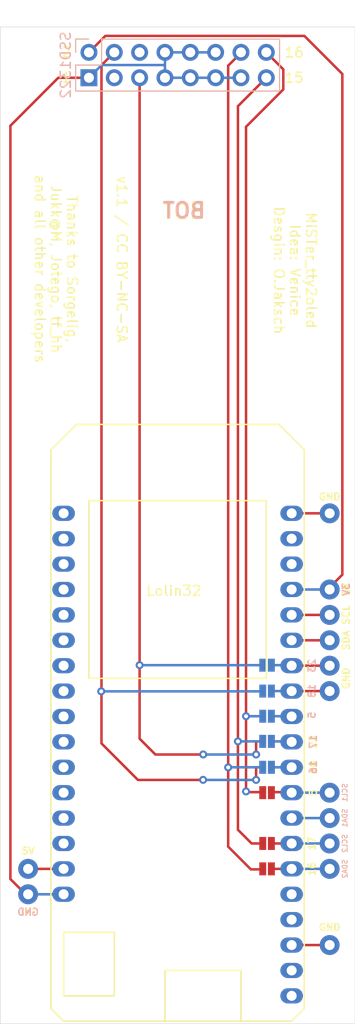
<source format=kicad_pcb>
(kicad_pcb (version 20171130) (host pcbnew 5.1.10)

  (general
    (thickness 1.6)
    (drawings 37)
    (tracks 138)
    (zones 0)
    (modules 25)
    (nets 1)
  )

  (page A4)
  (title_block
    (title Verbindungsplatine)
    (date 2021-03-26)
    (company "Oliver Jaksch")
  )

  (layers
    (0 F.Cu signal)
    (31 B.Cu signal)
    (32 B.Adhes user)
    (33 F.Adhes user)
    (34 B.Paste user)
    (35 F.Paste user)
    (36 B.SilkS user)
    (37 F.SilkS user)
    (38 B.Mask user)
    (39 F.Mask user)
    (40 Dwgs.User user)
    (41 Cmts.User user)
    (42 Eco1.User user)
    (43 Eco2.User user)
    (44 Edge.Cuts user)
    (45 Margin user)
    (46 B.CrtYd user)
    (47 F.CrtYd user)
    (48 B.Fab user)
    (49 F.Fab user)
  )

  (setup
    (last_trace_width 0.25)
    (trace_clearance 0.2)
    (zone_clearance 0.508)
    (zone_45_only no)
    (trace_min 0.2)
    (via_size 0.8)
    (via_drill 0.4)
    (via_min_size 0.4)
    (via_min_drill 0.3)
    (uvia_size 0.3)
    (uvia_drill 0.1)
    (uvias_allowed no)
    (uvia_min_size 0.2)
    (uvia_min_drill 0.1)
    (edge_width 0.05)
    (segment_width 0.2)
    (pcb_text_width 0.3)
    (pcb_text_size 1.5 1.5)
    (mod_edge_width 0.12)
    (mod_text_size 1 1)
    (mod_text_width 0.15)
    (pad_size 1.99898 1.99898)
    (pad_drill 1)
    (pad_to_mask_clearance 0)
    (aux_axis_origin 132.08 151.13)
    (grid_origin 132.08 151.13)
    (visible_elements FFFFFF7F)
    (pcbplotparams
      (layerselection 0x010fc_ffffffff)
      (usegerberextensions true)
      (usegerberattributes false)
      (usegerberadvancedattributes false)
      (creategerberjobfile false)
      (excludeedgelayer true)
      (linewidth 0.150000)
      (plotframeref false)
      (viasonmask false)
      (mode 1)
      (useauxorigin false)
      (hpglpennumber 1)
      (hpglpenspeed 20)
      (hpglpendiameter 15.000000)
      (psnegative false)
      (psa4output false)
      (plotreference true)
      (plotvalue true)
      (plotinvisibletext false)
      (padsonsilk true)
      (subtractmaskfromsilk false)
      (outputformat 1)
      (mirror false)
      (drillshape 0)
      (scaleselection 1)
      (outputdirectory "/tmp/x/pcbway"))
  )

  (net 0 "")

  (net_class Default "Dies ist die voreingestellte Netzklasse."
    (clearance 0.2)
    (trace_width 0.25)
    (via_dia 0.8)
    (via_drill 0.4)
    (uvia_dia 0.3)
    (uvia_drill 0.1)
  )

  (module _my_footprints:PAD_0805 (layer F.Cu) (tedit 60CDD228) (tstamp 60E98F68)
    (at 158.8262 135.636)
    (descr "Resistor SMD 0805, reflow soldering, Vishay (see dcrcw.pdf)")
    (tags "resistor 0805")
    (attr smd)
    (fp_text reference REF** (at 0 -1.25) (layer F.SilkS) hide
      (effects (font (size 1 1) (thickness 0.15)))
    )
    (fp_text value PADS_0805 (at 0 1.3) (layer F.Fab) hide
      (effects (font (size 1 1) (thickness 0.15)))
    )
    (pad 1 smd rect (at -0.4318 0) (size 0.7 1.3) (layers F.Cu F.Paste F.Mask))
    (pad 2 smd rect (at 0.4318 0) (size 0.7 1.3) (layers F.Cu F.Paste F.Mask))
    (model ${KISYS3DMOD}/Resistors_SMD.3dshapes/R_0805.wrl
      (at (xyz 0 0 0))
      (scale (xyz 1 1 1))
      (rotate (xyz 0 0 0))
    )
  )

  (module _my_footprints:PAD_0805 (layer F.Cu) (tedit 60CDD228) (tstamp 60E98A90)
    (at 158.8262 128.016)
    (descr "Resistor SMD 0805, reflow soldering, Vishay (see dcrcw.pdf)")
    (tags "resistor 0805")
    (attr smd)
    (fp_text reference REF** (at 0 -1.25) (layer F.SilkS) hide
      (effects (font (size 1 1) (thickness 0.15)))
    )
    (fp_text value PADS_0805 (at 0 1.3) (layer F.Fab) hide
      (effects (font (size 1 1) (thickness 0.15)))
    )
    (pad 1 smd rect (at -0.4318 0) (size 0.7 1.3) (layers F.Cu F.Paste F.Mask))
    (pad 2 smd rect (at 0.4318 0) (size 0.7 1.3) (layers F.Cu F.Paste F.Mask))
    (model ${KISYS3DMOD}/Resistors_SMD.3dshapes/R_0805.wrl
      (at (xyz 0 0 0))
      (scale (xyz 1 1 1))
      (rotate (xyz 0 0 0))
    )
  )

  (module Wire_Pads:SolderWirePad_single_0-8mmDrill (layer F.Cu) (tedit 60D1F5FC) (tstamp 60D1FC77)
    (at 165.1 143.256)
    (fp_text reference REF** (at 0 -2.54) (layer F.SilkS) hide
      (effects (font (size 1 1) (thickness 0.15)))
    )
    (fp_text value SolderWirePad_single_0-8mmDrill (at 0 2.54) (layer F.Fab) hide
      (effects (font (size 1 1) (thickness 0.15)))
    )
    (pad 1 thru_hole circle (at 0 0) (size 1.99898 1.99898) (drill 1) (layers *.Cu *.Mask))
  )

  (module Wire_Pads:SolderWirePad_single_0-8mmDrill (layer F.Cu) (tedit 60D1F5FC) (tstamp 60D1FC77)
    (at 165.1 128.016)
    (fp_text reference REF** (at 0 -2.54) (layer F.SilkS) hide
      (effects (font (size 1 1) (thickness 0.15)))
    )
    (fp_text value SolderWirePad_single_0-8mmDrill (at 0 2.54) (layer F.Fab) hide
      (effects (font (size 1 1) (thickness 0.15)))
    )
    (pad 1 thru_hole circle (at 0 0) (size 1.99898 1.99898) (drill 1) (layers *.Cu *.Mask))
  )

  (module Wire_Pads:SolderWirePad_single_0-8mmDrill (layer F.Cu) (tedit 60D1F5FC) (tstamp 60D1FC77)
    (at 165.1 130.556)
    (fp_text reference REF** (at 0 -2.54) (layer F.SilkS) hide
      (effects (font (size 1 1) (thickness 0.15)))
    )
    (fp_text value SolderWirePad_single_0-8mmDrill (at 0 2.54) (layer F.Fab) hide
      (effects (font (size 1 1) (thickness 0.15)))
    )
    (pad 1 thru_hole circle (at 0 0) (size 1.99898 1.99898) (drill 1) (layers *.Cu *.Mask))
  )

  (module Wire_Pads:SolderWirePad_single_0-8mmDrill (layer F.Cu) (tedit 60D1F5FC) (tstamp 60D1FC77)
    (at 165.1 133.096)
    (fp_text reference REF** (at 0 -2.54) (layer F.SilkS) hide
      (effects (font (size 1 1) (thickness 0.15)))
    )
    (fp_text value SolderWirePad_single_0-8mmDrill (at 0 2.54) (layer F.Fab) hide
      (effects (font (size 1 1) (thickness 0.15)))
    )
    (pad 1 thru_hole circle (at 0 0) (size 1.99898 1.99898) (drill 1) (layers *.Cu *.Mask))
  )

  (module Wire_Pads:SolderWirePad_single_0-8mmDrill (layer F.Cu) (tedit 60D1F5FC) (tstamp 60D1FC77)
    (at 165.1 135.636)
    (fp_text reference REF** (at 0 -2.54) (layer F.SilkS) hide
      (effects (font (size 1 1) (thickness 0.15)))
    )
    (fp_text value SolderWirePad_single_0-8mmDrill (at 0 2.54) (layer F.Fab) hide
      (effects (font (size 1 1) (thickness 0.15)))
    )
    (pad 1 thru_hole circle (at 0 0) (size 1.99898 1.99898) (drill 1) (layers *.Cu *.Mask))
  )

  (module Wire_Pads:SolderWirePad_single_0-8mmDrill (layer F.Cu) (tedit 60D1F5FC) (tstamp 60D1FC77)
    (at 134.874 138.176)
    (fp_text reference REF** (at 0 -2.54) (layer F.SilkS) hide
      (effects (font (size 1 1) (thickness 0.15)))
    )
    (fp_text value SolderWirePad_single_0-8mmDrill (at 0 2.54) (layer F.Fab) hide
      (effects (font (size 1 1) (thickness 0.15)))
    )
    (pad 1 thru_hole circle (at 0 0) (size 1.99898 1.99898) (drill 1) (layers *.Cu *.Mask))
  )

  (module Wire_Pads:SolderWirePad_single_0-8mmDrill (layer F.Cu) (tedit 60D1F5FC) (tstamp 60D1FC77)
    (at 134.874 135.636)
    (fp_text reference REF** (at 0 -2.54) (layer F.SilkS) hide
      (effects (font (size 1 1) (thickness 0.15)))
    )
    (fp_text value SolderWirePad_single_0-8mmDrill (at 0 2.54) (layer F.Fab) hide
      (effects (font (size 1 1) (thickness 0.15)))
    )
    (pad 1 thru_hole circle (at 0 0) (size 1.99898 1.99898) (drill 1) (layers *.Cu *.Mask))
  )

  (module Wire_Pads:SolderWirePad_single_0-8mmDrill (layer F.Cu) (tedit 60D1F5FC) (tstamp 60D1FC77)
    (at 165.1 107.696)
    (fp_text reference REF** (at 0 -2.54) (layer F.SilkS) hide
      (effects (font (size 1 1) (thickness 0.15)))
    )
    (fp_text value SolderWirePad_single_0-8mmDrill (at 0 2.54) (layer F.Fab) hide
      (effects (font (size 1 1) (thickness 0.15)))
    )
    (pad 1 thru_hole circle (at 0 0) (size 1.99898 1.99898) (drill 1) (layers *.Cu *.Mask))
  )

  (module Wire_Pads:SolderWirePad_single_0-8mmDrill (layer F.Cu) (tedit 60D1F5FC) (tstamp 60D1FC77)
    (at 165.1 100.076)
    (fp_text reference REF** (at 0 -2.54) (layer F.SilkS) hide
      (effects (font (size 1 1) (thickness 0.15)))
    )
    (fp_text value SolderWirePad_single_0-8mmDrill (at 0 2.54) (layer F.Fab) hide
      (effects (font (size 1 1) (thickness 0.15)))
    )
    (pad 1 thru_hole circle (at 0 0) (size 1.99898 1.99898) (drill 1) (layers *.Cu *.Mask))
  )

  (module Wire_Pads:SolderWirePad_single_0-8mmDrill (layer F.Cu) (tedit 60D1F5FC) (tstamp 60D1FC77)
    (at 165.1 110.236)
    (fp_text reference REF** (at 0 -2.54) (layer F.SilkS) hide
      (effects (font (size 1 1) (thickness 0.15)))
    )
    (fp_text value SolderWirePad_single_0-8mmDrill (at 0 2.54) (layer F.Fab) hide
      (effects (font (size 1 1) (thickness 0.15)))
    )
    (pad 1 thru_hole circle (at 0 0) (size 1.99898 1.99898) (drill 1) (layers *.Cu *.Mask))
  )

  (module Wire_Pads:SolderWirePad_single_0-8mmDrill (layer F.Cu) (tedit 60D1F5FC) (tstamp 60D1FC77)
    (at 165.1 112.776)
    (fp_text reference REF** (at 0 -2.54) (layer F.SilkS) hide
      (effects (font (size 1 1) (thickness 0.15)))
    )
    (fp_text value SolderWirePad_single_0-8mmDrill (at 0 2.54) (layer F.Fab) hide
      (effects (font (size 1 1) (thickness 0.15)))
    )
    (pad 1 thru_hole circle (at 0 0) (size 1.99898 1.99898) (drill 1) (layers *.Cu *.Mask))
  )

  (module Wire_Pads:SolderWirePad_single_0-8mmDrill (layer F.Cu) (tedit 60D1F5FC) (tstamp 60D1FC77)
    (at 165.1 117.856)
    (fp_text reference REF** (at 0 -2.54) (layer F.SilkS) hide
      (effects (font (size 1 1) (thickness 0.15)))
    )
    (fp_text value SolderWirePad_single_0-8mmDrill (at 0 2.54) (layer F.Fab) hide
      (effects (font (size 1 1) (thickness 0.15)))
    )
    (pad 1 thru_hole circle (at 0 0) (size 1.99898 1.99898) (drill 1) (layers *.Cu *.Mask))
  )

  (module Wire_Pads:SolderWirePad_single_0-8mmDrill (layer F.Cu) (tedit 60D1F5FC) (tstamp 60D1F847)
    (at 165.1 115.316)
    (fp_text reference REF** (at 0 -2.54) (layer F.SilkS) hide
      (effects (font (size 1 1) (thickness 0.15)))
    )
    (fp_text value SolderWirePad_single_0-8mmDrill (at 0 2.54) (layer F.Fab) hide
      (effects (font (size 1 1) (thickness 0.15)))
    )
    (pad 1 thru_hole circle (at 0 0) (size 1.99898 1.99898) (drill 1) (layers *.Cu *.Mask))
  )

  (module _my_footprints:PAD_0805 (layer B.Cu) (tedit 60CDD228) (tstamp 60AB59D9)
    (at 158.8262 122.8852)
    (descr "Resistor SMD 0805, reflow soldering, Vishay (see dcrcw.pdf)")
    (tags "resistor 0805")
    (attr smd)
    (fp_text reference REF** (at 0 1.25) (layer B.SilkS) hide
      (effects (font (size 1 1) (thickness 0.15)) (justify mirror))
    )
    (fp_text value PADS_0805 (at 0 -1.3) (layer B.Fab) hide
      (effects (font (size 1 1) (thickness 0.15)) (justify mirror))
    )
    (pad 2 smd rect (at 0.4318 0) (size 0.7 1.3) (layers B.Cu B.Paste B.Mask))
    (pad 1 smd rect (at -0.4318 0) (size 0.7 1.3) (layers B.Cu B.Paste B.Mask))
    (model ${KISYS3DMOD}/Resistors_SMD.3dshapes/R_0805.wrl
      (at (xyz 0 0 0))
      (scale (xyz 1 1 1))
      (rotate (xyz 0 0 0))
    )
  )

  (module _my_footprints:PAD_0805 (layer B.Cu) (tedit 60CDD228) (tstamp 60AB57E7)
    (at 158.8262 125.476)
    (descr "Resistor SMD 0805, reflow soldering, Vishay (see dcrcw.pdf)")
    (tags "resistor 0805")
    (attr smd)
    (fp_text reference REF** (at 0 1.25) (layer B.SilkS) hide
      (effects (font (size 1 1) (thickness 0.15)) (justify mirror))
    )
    (fp_text value PADS_0805 (at 0 -1.3) (layer B.Fab) hide
      (effects (font (size 1 1) (thickness 0.15)) (justify mirror))
    )
    (pad 2 smd rect (at 0.4318 0) (size 0.7 1.3) (layers B.Cu B.Paste B.Mask))
    (pad 1 smd rect (at -0.4318 0) (size 0.7 1.3) (layers B.Cu B.Paste B.Mask))
    (model ${KISYS3DMOD}/Resistors_SMD.3dshapes/R_0805.wrl
      (at (xyz 0 0 0))
      (scale (xyz 1 1 1))
      (rotate (xyz 0 0 0))
    )
  )

  (module _my_footprints:PAD_0805 (layer B.Cu) (tedit 60CDD228) (tstamp 60AB59D9)
    (at 158.8262 115.2652)
    (descr "Resistor SMD 0805, reflow soldering, Vishay (see dcrcw.pdf)")
    (tags "resistor 0805")
    (attr smd)
    (fp_text reference REF** (at 0 1.25) (layer B.SilkS) hide
      (effects (font (size 1 1) (thickness 0.15)) (justify mirror))
    )
    (fp_text value PADS_0805 (at 0 -1.3) (layer B.Fab) hide
      (effects (font (size 1 1) (thickness 0.15)) (justify mirror))
    )
    (pad 2 smd rect (at 0.4318 0) (size 0.7 1.3) (layers B.Cu B.Paste B.Mask))
    (pad 1 smd rect (at -0.4318 0) (size 0.7 1.3) (layers B.Cu B.Paste B.Mask))
    (model ${KISYS3DMOD}/Resistors_SMD.3dshapes/R_0805.wrl
      (at (xyz 0 0 0))
      (scale (xyz 1 1 1))
      (rotate (xyz 0 0 0))
    )
  )

  (module _my_footprints:PAD_0805 (layer B.Cu) (tedit 60CDD228) (tstamp 60AB59D9)
    (at 158.8262 120.3706)
    (descr "Resistor SMD 0805, reflow soldering, Vishay (see dcrcw.pdf)")
    (tags "resistor 0805")
    (attr smd)
    (fp_text reference REF** (at 0 1.25) (layer B.SilkS) hide
      (effects (font (size 1 1) (thickness 0.15)) (justify mirror))
    )
    (fp_text value PADS_0805 (at 0 -1.3) (layer B.Fab) hide
      (effects (font (size 1 1) (thickness 0.15)) (justify mirror))
    )
    (pad 2 smd rect (at 0.4318 0) (size 0.7 1.3) (layers B.Cu B.Paste B.Mask))
    (pad 1 smd rect (at -0.4318 0) (size 0.7 1.3) (layers B.Cu B.Paste B.Mask))
    (model ${KISYS3DMOD}/Resistors_SMD.3dshapes/R_0805.wrl
      (at (xyz 0 0 0))
      (scale (xyz 1 1 1))
      (rotate (xyz 0 0 0))
    )
  )

  (module _my_footprints:PAD_0805 (layer B.Cu) (tedit 60CDD228) (tstamp 60AB59D9)
    (at 158.8262 117.856)
    (descr "Resistor SMD 0805, reflow soldering, Vishay (see dcrcw.pdf)")
    (tags "resistor 0805")
    (attr smd)
    (fp_text reference REF** (at 0 1.25) (layer B.SilkS) hide
      (effects (font (size 1 1) (thickness 0.15)) (justify mirror))
    )
    (fp_text value PADS_0805 (at 0 -1.3) (layer B.Fab) hide
      (effects (font (size 1 1) (thickness 0.15)) (justify mirror))
    )
    (pad 2 smd rect (at 0.4318 0) (size 0.7 1.3) (layers B.Cu B.Paste B.Mask))
    (pad 1 smd rect (at -0.4318 0) (size 0.7 1.3) (layers B.Cu B.Paste B.Mask))
    (model ${KISYS3DMOD}/Resistors_SMD.3dshapes/R_0805.wrl
      (at (xyz 0 0 0))
      (scale (xyz 1 1 1))
      (rotate (xyz 0 0 0))
    )
  )

  (module _my_footprints:PAD_0805 (layer F.Cu) (tedit 60CDD228) (tstamp 60AB4A18)
    (at 158.8262 122.8852)
    (descr "Resistor SMD 0805, reflow soldering, Vishay (see dcrcw.pdf)")
    (tags "resistor 0805")
    (attr smd)
    (fp_text reference REF** (at 0 -1.25) (layer F.SilkS) hide
      (effects (font (size 1 1) (thickness 0.15)))
    )
    (fp_text value PADS_0805 (at 0 1.3) (layer F.Fab) hide
      (effects (font (size 1 1) (thickness 0.15)))
    )
    (pad 2 smd rect (at 0.4318 0) (size 0.7 1.3) (layers F.Cu F.Paste F.Mask))
    (pad 1 smd rect (at -0.4318 0) (size 0.7 1.3) (layers F.Cu F.Paste F.Mask))
    (model ${KISYS3DMOD}/Resistors_SMD.3dshapes/R_0805.wrl
      (at (xyz 0 0 0))
      (scale (xyz 1 1 1))
      (rotate (xyz 0 0 0))
    )
  )

  (module _my_footprints:PAD_0805 (layer F.Cu) (tedit 60CDD228) (tstamp 60AB4A18)
    (at 158.8262 125.476)
    (descr "Resistor SMD 0805, reflow soldering, Vishay (see dcrcw.pdf)")
    (tags "resistor 0805")
    (attr smd)
    (fp_text reference REF** (at 0 -1.25) (layer F.SilkS) hide
      (effects (font (size 1 1) (thickness 0.15)))
    )
    (fp_text value PADS_0805 (at 0 1.3) (layer F.Fab) hide
      (effects (font (size 1 1) (thickness 0.15)))
    )
    (pad 2 smd rect (at 0.4318 0) (size 0.7 1.3) (layers F.Cu F.Paste F.Mask))
    (pad 1 smd rect (at -0.4318 0) (size 0.7 1.3) (layers F.Cu F.Paste F.Mask))
    (model ${KISYS3DMOD}/Resistors_SMD.3dshapes/R_0805.wrl
      (at (xyz 0 0 0))
      (scale (xyz 1 1 1))
      (rotate (xyz 0 0 0))
    )
  )

  (module _my_footprints:PAD_0805 (layer F.Cu) (tedit 60CDD228) (tstamp 60AB4A18)
    (at 158.8262 133.096)
    (descr "Resistor SMD 0805, reflow soldering, Vishay (see dcrcw.pdf)")
    (tags "resistor 0805")
    (attr smd)
    (fp_text reference REF** (at 0 -1.25) (layer F.SilkS) hide
      (effects (font (size 1 1) (thickness 0.15)))
    )
    (fp_text value PADS_0805 (at 0 1.3) (layer F.Fab) hide
      (effects (font (size 1 1) (thickness 0.15)))
    )
    (pad 2 smd rect (at 0.4318 0) (size 0.7 1.3) (layers F.Cu F.Paste F.Mask))
    (pad 1 smd rect (at -0.4318 0) (size 0.7 1.3) (layers F.Cu F.Paste F.Mask))
    (model ${KISYS3DMOD}/Resistors_SMD.3dshapes/R_0805.wrl
      (at (xyz 0 0 0))
      (scale (xyz 1 1 1))
      (rotate (xyz 0 0 0))
    )
  )

  (module kicad-pauls-3d-things:Lolin32 (layer F.Cu) (tedit 60AA6046) (tstamp 60AA5A1D)
    (at 147.32 110.236)
    (fp_text reference Lolin32 (at 2.16 -2.406) (layer F.SilkS)
      (effects (font (size 1 1) (thickness 0.15)))
    )
    (fp_text value Lolin32 (at 0 -12.7) (layer F.Fab)
      (effects (font (size 1 1) (thickness 0.15)))
    )
    (fp_line (start 1.27 40.64) (end 1.27 35.56) (layer F.SilkS) (width 0.15))
    (fp_line (start 1.27 35.56) (end 8.89 35.56) (layer F.SilkS) (width 0.15))
    (fp_line (start 8.89 35.56) (end 8.89 40.64) (layer F.SilkS) (width 0.15))
    (fp_line (start -8.89 31.75) (end -3.81 31.75) (layer F.SilkS) (width 0.15))
    (fp_line (start -3.81 31.75) (end -3.81 38.1) (layer F.SilkS) (width 0.15))
    (fp_line (start -3.81 38.1) (end -8.89 38.1) (layer F.SilkS) (width 0.15))
    (fp_line (start -8.89 38.1) (end -8.89 31.75) (layer F.SilkS) (width 0.15))
    (fp_line (start -6.35 -11.43) (end -6.35 6.35) (layer F.SilkS) (width 0.15))
    (fp_line (start -6.35 6.35) (end 11.43 6.35) (layer F.SilkS) (width 0.15))
    (fp_line (start 11.43 6.35) (end 11.43 -11.43) (layer F.SilkS) (width 0.15))
    (fp_line (start 11.43 -11.43) (end -6.35 -11.43) (layer F.SilkS) (width 0.15))
    (fp_line (start 15.24 -16.51) (end 15.24 39.37) (layer F.SilkS) (width 0.15))
    (fp_line (start -7.62 -19.05) (end 12.7 -19.05) (layer F.SilkS) (width 0.15))
    (fp_line (start 13.97 40.64) (end -8.89 40.64) (layer F.SilkS) (width 0.15))
    (fp_line (start -8.89 40.64) (end -10.16 39.37) (layer F.SilkS) (width 0.15))
    (fp_line (start -10.16 39.37) (end -10.16 -16.51) (layer F.SilkS) (width 0.15))
    (fp_line (start 15.24 39.37) (end 13.97 40.64) (layer F.SilkS) (width 0.15))
    (fp_line (start 12.7 -19.05) (end 15.24 -16.51) (layer F.SilkS) (width 0.15))
    (fp_line (start -10.16 -16.51) (end -7.62 -19.05) (layer F.SilkS) (width 0.15))
    (pad 15 thru_hole oval (at 13.97 38.1) (size 2.268 1.524) (drill 1) (layers *.Cu *.Mask))
    (pad 2 thru_hole oval (at 13.97 35.56) (size 2.268 1.524) (drill 1) (layers *.Cu *.Mask))
    (pad G thru_hole oval (at 13.97 33.02) (size 2.268 1.524) (drill 1) (layers *.Cu *.Mask))
    (pad 0 thru_hole oval (at 13.97 30.48) (size 2.268 1.524) (drill 1) (layers *.Cu *.Mask))
    (pad 4 thru_hole oval (at 13.97 27.94) (size 2.268 1.524) (drill 1) (layers *.Cu *.Mask))
    (pad 16 thru_hole oval (at 13.97 25.4) (size 2.268 1.524) (drill 1) (layers *.Cu *.Mask))
    (pad 17 thru_hole oval (at 13.97 22.86) (size 2.268 1.524) (drill 1) (layers *.Cu *.Mask))
    (pad 3.3V thru_hole oval (at 13.97 20.32) (size 2.268 1.524) (drill 1) (layers *.Cu *.Mask))
    (pad 5 thru_hole oval (at 13.97 17.78) (size 2.268 1.524) (drill 1) (layers *.Cu *.Mask))
    (pad 18 thru_hole oval (at 13.97 15.24) (size 2.268 1.524) (drill 1) (layers *.Cu *.Mask))
    (pad 23 thru_hole oval (at 13.97 12.7) (size 2.268 1.524) (drill 1) (layers *.Cu *.Mask))
    (pad 19 thru_hole oval (at 13.97 10.16) (size 2.268 1.524) (drill 1) (layers *.Cu *.Mask))
    (pad G thru_hole oval (at 13.97 7.62) (size 2.268 1.524) (drill 1) (layers *.Cu *.Mask))
    (pad G thru_hole oval (at 13.97 5.08) (size 2.268 1.524) (drill 1) (layers *.Cu *.Mask))
    (pad 21 thru_hole oval (at 13.97 2.54) (size 2.268 1.524) (drill 1) (layers *.Cu *.Mask))
    (pad 22 thru_hole oval (at 13.97 0) (size 2.268 1.524) (drill 1) (layers *.Cu *.Mask))
    (pad 3.3V thru_hole oval (at 13.97 -2.54) (size 2.268 1.524) (drill 1) (layers *.Cu *.Mask))
    (pad 3 thru_hole oval (at 13.97 -5.08) (size 2.268 1.524) (drill 1) (layers *.Cu *.Mask))
    (pad 1 thru_hole oval (at 13.97 -7.62) (size 2.268 1.524) (drill 1) (layers *.Cu *.Mask))
    (pad G thru_hole oval (at 13.97 -10.16) (size 2.268 1.524) (drill 1) (layers *.Cu *.Mask))
    (pad G thru_hole oval (at -8.89 27.94) (size 2.268 1.524) (drill 1) (layers *.Cu *.Mask))
    (pad 5V thru_hole oval (at -8.89 25.4) (size 2.268 1.524) (drill 1) (layers *.Cu *.Mask))
    (pad 13 thru_hole oval (at -8.89 22.86) (size 2.268 1.524) (drill 1) (layers *.Cu *.Mask))
    (pad 12 thru_hole oval (at -8.89 20.32) (size 2.268 1.524) (drill 1) (layers *.Cu *.Mask))
    (pad 14 thru_hole oval (at -8.89 17.78) (size 2.268 1.524) (drill 1) (layers *.Cu *.Mask))
    (pad 27 thru_hole oval (at -8.89 15.24) (size 2.268 1.524) (drill 1) (layers *.Cu *.Mask))
    (pad 26 thru_hole oval (at -8.89 12.7) (size 2.268 1.524) (drill 1) (layers *.Cu *.Mask))
    (pad 25 thru_hole oval (at -8.89 10.16) (size 2.268 1.524) (drill 1) (layers *.Cu *.Mask))
    (pad 35 thru_hole oval (at -8.89 7.62) (size 2.268 1.524) (drill 1) (layers *.Cu *.Mask))
    (pad 34 thru_hole oval (at -8.89 5.08) (size 2.268 1.524) (drill 1) (layers *.Cu *.Mask))
    (pad 33 thru_hole oval (at -8.89 2.54) (size 2.268 1.524) (drill 1) (layers *.Cu *.Mask))
    (pad 32 thru_hole oval (at -8.89 0) (size 2.268 1.524) (drill 1) (layers *.Cu *.Mask))
    (pad 39 thru_hole oval (at -8.89 -2.54) (size 2.268 1.524) (drill 1) (layers *.Cu *.Mask))
    (pad 36 thru_hole oval (at -8.89 -5.08) (size 2.268 1.524) (drill 1) (layers *.Cu *.Mask))
    (pad EN thru_hole oval (at -8.89 -7.62) (size 2.268 1.524) (drill 1) (layers *.Cu *.Mask))
    (pad 3.3V thru_hole oval (at -8.89 -10.16) (size 2.268 1.524) (drill 1) (layers *.Cu *.Mask))
  )

  (module Pin_Headers:Pin_Header_Straight_2x08_Pitch2.54mm (layer B.Cu) (tedit 605C3FD7) (tstamp 605C3267)
    (at 140.97 53.975 270)
    (descr "Through hole straight pin header, 2x08, 2.54mm pitch, double rows")
    (tags "Through hole pin header THT 2x08 2.54mm double row")
    (fp_text reference SSD1322 (at 1.27 2.33 90) (layer B.SilkS)
      (effects (font (size 1 1) (thickness 0.15)) (justify mirror))
    )
    (fp_text value Pin_Header_2x08 (at 1.27 -20.11 90) (layer B.Fab)
      (effects (font (size 1 1) (thickness 0.15)) (justify mirror))
    )
    (fp_line (start 4.35 1.8) (end -1.8 1.8) (layer B.CrtYd) (width 0.05))
    (fp_line (start 4.35 -19.55) (end 4.35 1.8) (layer B.CrtYd) (width 0.05))
    (fp_line (start -1.8 -19.55) (end 4.35 -19.55) (layer B.CrtYd) (width 0.05))
    (fp_line (start -1.8 1.8) (end -1.8 -19.55) (layer B.CrtYd) (width 0.05))
    (fp_line (start -1.33 1.33) (end 0 1.33) (layer B.SilkS) (width 0.12))
    (fp_line (start -1.33 0) (end -1.33 1.33) (layer B.SilkS) (width 0.12))
    (fp_line (start 1.27 1.33) (end 3.87 1.33) (layer B.SilkS) (width 0.12))
    (fp_line (start 1.27 -1.27) (end 1.27 1.33) (layer B.SilkS) (width 0.12))
    (fp_line (start -1.33 -1.27) (end 1.27 -1.27) (layer B.SilkS) (width 0.12))
    (fp_line (start 3.87 1.33) (end 3.87 -19.11) (layer B.SilkS) (width 0.12))
    (fp_line (start -1.33 -1.27) (end -1.33 -19.11) (layer B.SilkS) (width 0.12))
    (fp_line (start -1.33 -19.11) (end 3.87 -19.11) (layer B.SilkS) (width 0.12))
    (fp_line (start -1.27 0) (end 0 1.27) (layer B.Fab) (width 0.1))
    (fp_line (start -1.27 -19.05) (end -1.27 0) (layer B.Fab) (width 0.1))
    (fp_line (start 3.81 -19.05) (end -1.27 -19.05) (layer B.Fab) (width 0.1))
    (fp_line (start 3.81 1.27) (end 3.81 -19.05) (layer B.Fab) (width 0.1))
    (fp_line (start 0 1.27) (end 3.81 1.27) (layer B.Fab) (width 0.1))
    (fp_text user %R (at 1.27 -8.89 180) (layer B.Fab)
      (effects (font (size 1 1) (thickness 0.15)) (justify mirror))
    )
    (pad 1 thru_hole rect (at 2.54 0 270) (size 1.7 1.7) (drill 1) (layers *.Cu *.Mask))
    (pad 2 thru_hole oval (at 0 0 270) (size 1.7 1.7) (drill 1) (layers *.Cu *.Mask))
    (pad 4 thru_hole oval (at 0 -2.54 270) (size 1.7 1.7) (drill 1) (layers *.Cu *.Mask))
    (pad 3 thru_hole oval (at 2.54 -2.54 270) (size 1.7 1.7) (drill 1) (layers *.Cu *.Mask))
    (pad 6 thru_hole oval (at 0 -5.08 270) (size 1.7 1.7) (drill 1) (layers *.Cu *.Mask))
    (pad 5 thru_hole oval (at 2.54 -5.08 270) (size 1.7 1.7) (drill 1) (layers *.Cu *.Mask))
    (pad 8 thru_hole oval (at 0 -7.62 270) (size 1.7 1.7) (drill 1) (layers *.Cu *.Mask))
    (pad 7 thru_hole oval (at 2.54 -7.62 270) (size 1.7 1.7) (drill 1) (layers *.Cu *.Mask))
    (pad 10 thru_hole oval (at 0 -10.16 270) (size 1.7 1.7) (drill 1) (layers *.Cu *.Mask))
    (pad 9 thru_hole oval (at 2.54 -10.16 270) (size 1.7 1.7) (drill 1) (layers *.Cu *.Mask))
    (pad 12 thru_hole oval (at 0 -12.7 270) (size 1.7 1.7) (drill 1) (layers *.Cu *.Mask))
    (pad 11 thru_hole oval (at 2.54 -12.7 270) (size 1.7 1.7) (drill 1) (layers *.Cu *.Mask))
    (pad 14 thru_hole oval (at 0 -15.24 270) (size 1.7 1.7) (drill 1) (layers *.Cu *.Mask))
    (pad 13 thru_hole oval (at 2.54 -15.24 270) (size 1.7 1.7) (drill 1) (layers *.Cu *.Mask))
    (pad 16 thru_hole oval (at 0 -17.78 270) (size 1.7 1.7) (drill 1) (layers *.Cu *.Mask))
    (pad 15 thru_hole oval (at 2.54 -17.78 270) (size 1.7 1.7) (drill 1) (layers *.Cu *.Mask))
    (model ${KISYS3DMOD}/Pin_Headers.3dshapes/Pin_Header_Straight_2x08_Pitch2.54mm.wrl
      (at (xyz 0 0 0))
      (scale (xyz 1 1 1))
      (rotate (xyz 0 0 0))
    )
  )

  (gr_text SDA2 (at 166.624 135.636 90) (layer B.SilkS) (tstamp 60D18C81)
    (effects (font (size 0.5 0.5) (thickness 0.1)) (justify mirror))
  )
  (gr_text SCL2 (at 166.624 133.096 90) (layer B.SilkS) (tstamp 60D18C81)
    (effects (font (size 0.5 0.5) (thickness 0.1)) (justify mirror))
  )
  (gr_text SDA1 (at 166.624 130.556 90) (layer B.SilkS)
    (effects (font (size 0.5 0.5) (thickness 0.1)) (justify mirror))
  )
  (gr_text SCL1 (at 166.624 128.016 90) (layer B.SilkS)
    (effects (font (size 0.5 0.5) (thickness 0.1)) (justify mirror))
  )
  (gr_text SDA (at 166.751 112.776 90) (layer F.SilkS) (tstamp 60D17F85)
    (effects (font (size 0.7 0.7) (thickness 0.15)))
  )
  (gr_text SCL (at 166.751 110.236 90) (layer F.SilkS) (tstamp 60D17F85)
    (effects (font (size 0.7 0.7) (thickness 0.15)))
  )
  (gr_text "v1.1 / CC BY-NC-SA" (at 144.272 74.676 -90) (layer F.SilkS)
    (effects (font (size 1 1) (thickness 0.15)))
  )
  (gr_text "Thanks to Sorgelig,\nJukk@M, Jotego, tf_hh\nand all other developers" (at 137.668 75.6412 -90) (layer F.SilkS)
    (effects (font (size 1 1) (thickness 0.15)))
  )
  (gr_text "MiSTer_tty2oled\nIdea: Venice\nDesgin: O.Jaksch" (at 161.6329 75.7809 -90) (layer F.SilkS)
    (effects (font (size 1 1) (thickness 0.15)))
  )
  (gr_text 3V (at 166.751 107.696 90) (layer B.SilkS)
    (effects (font (size 0.7 0.7) (thickness 0.15)) (justify mirror))
  )
  (gr_text GND (at 134.874 139.954) (layer B.SilkS)
    (effects (font (size 0.7 0.7) (thickness 0.15)) (justify mirror))
  )
  (gr_text 3V (at 166.751 107.696 90) (layer F.SilkS)
    (effects (font (size 0.7 0.7) (thickness 0.15)))
  )
  (gr_text GND (at 165.1 98.425) (layer F.SilkS)
    (effects (font (size 0.7 0.7) (thickness 0.15)))
  )
  (gr_text GND (at 166.751 116.586 90) (layer F.SilkS)
    (effects (font (size 0.7 0.7) (thickness 0.15)))
  )
  (gr_text GND (at 165.1 141.478) (layer F.SilkS)
    (effects (font (size 0.7 0.7) (thickness 0.15)))
  )
  (gr_text GND (at 134.874 139.954) (layer F.SilkS)
    (effects (font (size 0.7 0.7) (thickness 0.15)))
  )
  (gr_text 5V (at 134.874 133.858) (layer F.SilkS)
    (effects (font (size 0.7 0.7) (thickness 0.15)))
  )
  (gr_line (start 167.64 51.435) (end 132.08 51.435) (layer Edge.Cuts) (width 0.05))
  (gr_text BOT (at 150.5077 69.7992) (layer B.SilkS)
    (effects (font (size 1.5 1.5) (thickness 0.3)) (justify mirror))
  )
  (gr_text TOP (at 150.4696 69.85) (layer F.SilkS)
    (effects (font (size 1.5 1.5) (thickness 0.3)))
  )
  (gr_text 16 (at 163.449 125.476 90) (layer B.SilkS)
    (effects (font (size 0.7 0.7) (thickness 0.15)) (justify mirror))
  )
  (gr_text 17 (at 163.449 122.936 90) (layer B.SilkS)
    (effects (font (size 0.7 0.7) (thickness 0.15)) (justify mirror))
  )
  (gr_text 16 (at 163.322 135.636 90) (layer F.SilkS)
    (effects (font (size 0.7 0.7) (thickness 0.15)))
  )
  (gr_text 17 (at 163.322 133.096 90) (layer F.SilkS)
    (effects (font (size 0.7 0.7) (thickness 0.15)))
  )
  (gr_text 5 (at 163.449 128.016 90) (layer F.SilkS)
    (effects (font (size 0.7 0.7) (thickness 0.15)))
  )
  (gr_text 18 (at 163.449 125.476 90) (layer F.SilkS)
    (effects (font (size 0.7 0.7) (thickness 0.15)))
  )
  (gr_text 23 (at 163.449 122.936 90) (layer F.SilkS)
    (effects (font (size 0.7 0.7) (thickness 0.15)))
  )
  (gr_text 5 (at 163.322 120.269 90) (layer B.SilkS)
    (effects (font (size 0.7 0.7) (thickness 0.15)) (justify mirror))
  )
  (gr_text 18 (at 163.322 117.856 90) (layer B.SilkS)
    (effects (font (size 0.7 0.7) (thickness 0.15)) (justify mirror))
  )
  (gr_text 23 (at 163.322 115.316 90) (layer B.SilkS)
    (effects (font (size 0.7 0.7) (thickness 0.15)) (justify mirror))
  )
  (gr_text 2 (at 138.684 53.975) (layer F.SilkS)
    (effects (font (size 1 1) (thickness 0.15)))
  )
  (gr_text 1 (at 138.684 56.515) (layer F.SilkS)
    (effects (font (size 1 1) (thickness 0.15)))
  )
  (gr_line (start 167.64 151.13) (end 167.64 51.435) (layer Edge.Cuts) (width 0.05) (tstamp 605C8505))
  (gr_line (start 132.08 51.435) (end 132.08 151.13) (layer Edge.Cuts) (width 0.05) (tstamp 605C8503))
  (gr_line (start 132.08 151.13) (end 167.64 151.13) (layer Edge.Cuts) (width 0.05))
  (gr_text 16 (at 161.544 53.975) (layer F.SilkS)
    (effects (font (size 1 1) (thickness 0.15)))
  )
  (gr_text 15 (at 161.544 56.515) (layer F.SilkS)
    (effects (font (size 1 1) (thickness 0.15)))
  )

  (segment (start 156.21 56.515) (end 148.59 56.515) (width 0.25) (layer B.Cu) (net 0))
  (segment (start 148.59 53.975) (end 153.67 53.975) (width 0.25) (layer B.Cu) (net 0))
  (segment (start 142.24 55.245) (end 140.97 56.515) (width 0.25) (layer B.Cu) (net 0))
  (segment (start 148.59 55.245) (end 142.24 55.245) (width 0.25) (layer B.Cu) (net 0))
  (segment (start 148.59 53.975) (end 148.59 55.245) (width 0.25) (layer B.Cu) (net 0))
  (segment (start 148.59 55.245) (end 148.59 56.515) (width 0.25) (layer B.Cu) (net 0))
  (segment (start 137.414 138.176) (end 138.43 138.176) (width 0.25) (layer F.Cu) (net 0))
  (segment (start 140.97 56.515) (end 140.843 56.515) (width 0.25) (layer F.Cu) (net 0))
  (segment (start 161.29 117.856) (end 161.3662 117.856) (width 0.25) (layer F.Cu) (net 0))
  (segment (start 161.29 117.856) (end 161.2519 117.856) (width 0.25) (layer F.Cu) (net 0))
  (segment (start 161.29 125.476) (end 161.2138 125.476) (width 0.25) (layer F.Cu) (net 0))
  (segment (start 142.2273 98.5266) (end 142.2273 98.7933) (width 0.25) (layer F.Cu) (net 0))
  (segment (start 161.29 115.316) (end 161.1376 115.316) (width 0.25) (layer F.Cu) (net 0))
  (segment (start 161.3027 115.3033) (end 161.29 115.316) (width 0.25) (layer F.Cu) (net 0))
  (segment (start 140.97 56.515) (end 140.9484 56.515) (width 0.25) (layer F.Cu) (net 0))
  (segment (start 133.096 61.3174) (end 133.096 131.064) (width 0.25) (layer F.Cu) (net 0))
  (segment (start 156.27 53.9658) (end 154.94 55.2958) (width 0.25) (layer F.Cu) (net 0))
  (segment (start 161.2513 115.2773) (end 161.29 115.316) (width 0.25) (layer F.Cu) (net 0))
  (segment (start 161.2687 117.8773) (end 161.29 117.856) (width 0.25) (layer F.Cu) (net 0))
  (segment (start 161.2713 120.3773) (end 161.29 120.396) (width 0.25) (layer F.Cu) (net 0))
  (segment (start 161.2513 127.9773) (end 161.29 128.016) (width 0.25) (layer F.Cu) (net 0))
  (segment (start 161.2713 133.0773) (end 161.29 133.096) (width 0.25) (layer F.Cu) (net 0))
  (segment (start 161.2487 135.6773) (end 161.29 135.636) (width 0.25) (layer F.Cu) (net 0))
  (segment (start 161.2313 122.8773) (end 161.29 122.936) (width 0.25) (layer F.Cu) (net 0))
  (segment (start 161.2887 125.4773) (end 161.29 125.476) (width 0.25) (layer F.Cu) (net 0))
  (segment (start 161.2513 115.2773) (end 161.29 115.316) (width 0.25) (layer B.Cu) (net 0))
  (segment (start 161.2687 117.8773) (end 161.29 117.856) (width 0.25) (layer B.Cu) (net 0))
  (segment (start 161.2713 120.3773) (end 161.29 120.396) (width 0.25) (layer B.Cu) (net 0))
  (segment (start 161.29 143.256) (end 165.0587 143.256) (width 0.25) (layer F.Cu) (net 0))
  (segment (start 133.096 136.652) (end 133.096 135.89) (width 0.25) (layer F.Cu) (net 0))
  (segment (start 134.62 138.176) (end 133.096 136.652) (width 0.25) (layer F.Cu) (net 0))
  (segment (start 133.096 135.89) (end 133.096 135.9134) (width 0.25) (layer F.Cu) (net 0))
  (segment (start 133.096 131.064) (end 133.096 135.89) (width 0.25) (layer F.Cu) (net 0))
  (segment (start 134.62 135.636) (end 138.43 135.636) (width 0.25) (layer F.Cu) (net 0))
  (segment (start 137.8984 56.515) (end 133.096 61.3174) (width 0.25) (layer F.Cu) (net 0))
  (segment (start 140.97 56.515) (end 137.8984 56.515) (width 0.25) (layer F.Cu) (net 0))
  (segment (start 161.29 115.316) (end 164.8047 115.316) (width 0.25) (layer F.Cu) (net 0))
  (segment (start 161.29 117.856) (end 164.8047 117.856) (width 0.25) (layer F.Cu) (net 0))
  (segment (start 161.29 100.076) (end 164.8047 100.076) (width 0.25) (layer F.Cu) (net 0))
  (segment (start 164.846 107.7373) (end 166.37 106.2133) (width 0.25) (layer F.Cu) (net 0))
  (segment (start 162.56471 52.32871) (end 166.37 56.134) (width 0.25) (layer F.Cu) (net 0))
  (segment (start 166.37 106.2133) (end 166.37 56.134) (width 0.25) (layer F.Cu) (net 0))
  (segment (start 134.62 138.176) (end 138.43 138.176) (width 0.25) (layer B.Cu) (net 0))
  (segment (start 161.29 107.696) (end 164.8047 107.696) (width 0.25) (layer B.Cu) (net 0))
  (segment (start 161.2392 107.696) (end 164.7952 107.696) (width 0.25) (layer F.Cu) (net 0))
  (segment (start 134.5946 138.176) (end 138.2522 138.176) (width 0.25) (layer F.Cu) (net 0))
  (segment (start 142.2273 55.2577) (end 142.2273 123.0884) (width 0.25) (layer F.Cu) (net 0))
  (segment (start 143.51 53.975) (end 142.2273 55.2577) (width 0.25) (layer F.Cu) (net 0))
  (segment (start 154.9273 55.2958) (end 154.9273 126.6063) (width 0.25) (layer F.Cu) (net 0))
  (segment (start 157.728 133.096) (end 157.6959 133.096) (width 0.25) (layer F.Cu) (net 0))
  (segment (start 157.7213 133.0893) (end 157.728 133.096) (width 0.25) (layer F.Cu) (net 0))
  (via (at 156.718 127.889) (size 0.8) (drill 0.4) (layers F.Cu B.Cu) (net 0))
  (segment (start 157.2768 133.096) (end 155.9052 131.7244) (width 0.25) (layer F.Cu) (net 0))
  (segment (start 156.7942 127.9652) (end 156.718 127.889) (width 0.25) (layer F.Cu) (net 0))
  (segment (start 157.728 127.9652) (end 156.7942 127.9652) (width 0.25) (layer F.Cu) (net 0))
  (segment (start 142.2019 117.8814) (end 142.2019 117.8814) (width 0.25) (layer B.Cu) (net 0) (tstamp 60AB68A1))
  (via (at 142.2019 117.8814) (size 0.8) (drill 0.4) (layers F.Cu B.Cu) (net 0))
  (segment (start 157.728 115.2652) (end 146.05 115.2652) (width 0.25) (layer B.Cu) (net 0))
  (segment (start 146.05 115.2652) (end 146.0373 115.2652) (width 0.25) (layer B.Cu) (net 0) (tstamp 60AB68A3))
  (via (at 146.05 115.2652) (size 0.8) (drill 0.4) (layers F.Cu B.Cu) (net 0))
  (via (at 154.9273 125.4887) (size 0.8) (drill 0.4) (layers F.Cu B.Cu) (net 0))
  (via (at 156.718 120.3706) (size 0.8) (drill 0.4) (layers F.Cu B.Cu) (net 0))
  (segment (start 156.7434 120.3706) (end 156.718 120.3452) (width 0.25) (layer B.Cu) (net 0))
  (via (at 155.9052 122.8852) (size 0.8) (drill 0.4) (layers F.Cu B.Cu) (net 0))
  (segment (start 142.61629 52.32871) (end 140.97 53.975) (width 0.25) (layer F.Cu) (net 0))
  (segment (start 162.56471 52.32871) (end 142.61629 52.32871) (width 0.25) (layer F.Cu) (net 0))
  (segment (start 157.728 122.8852) (end 155.9052 122.8852) (width 0.25) (layer B.Cu) (net 0))
  (segment (start 154.94 125.476) (end 154.9273 125.4887) (width 0.25) (layer B.Cu) (net 0))
  (segment (start 157.728 125.476) (end 154.94 125.476) (width 0.25) (layer B.Cu) (net 0))
  (segment (start 155.9052 122.8852) (end 155.9052 131.7244) (width 0.25) (layer F.Cu) (net 0))
  (segment (start 156.718 120.3706) (end 156.718 127.889) (width 0.25) (layer F.Cu) (net 0))
  (segment (start 154.9273 132.7912) (end 154.9273 125.4887) (width 0.25) (layer F.Cu) (net 0))
  (segment (start 154.9273 133.4135) (end 154.9273 132.7912) (width 0.25) (layer F.Cu) (net 0))
  (segment (start 157.2006 135.6868) (end 154.9273 133.4135) (width 0.25) (layer F.Cu) (net 0))
  (segment (start 157.728 125.476) (end 157.728 126.7393) (width 0.25) (layer F.Cu) (net 0))
  (segment (start 157.728 122.8852) (end 157.728 124.1993) (width 0.25) (layer F.Cu) (net 0))
  (segment (start 157.728 124.1993) (end 157.728 124.1993) (width 0.25) (layer F.Cu) (net 0) (tstamp 60AB7B3B))
  (via (at 157.728 124.1993) (size 0.8) (drill 0.4) (layers F.Cu B.Cu) (net 0))
  (segment (start 157.728 126.7393) (end 157.728 126.7393) (width 0.25) (layer F.Cu) (net 0) (tstamp 60AB7B3D))
  (via (at 157.728 126.7393) (size 0.8) (drill 0.4) (layers F.Cu B.Cu) (net 0))
  (segment (start 157.728 124.1993) (end 152.4321 124.1993) (width 0.25) (layer B.Cu) (net 0))
  (segment (start 152.4321 124.1993) (end 152.4321 124.1993) (width 0.25) (layer B.Cu) (net 0) (tstamp 60AB7B3F))
  (via (at 152.4254 124.1933) (size 0.8) (drill 0.4) (layers F.Cu B.Cu) (net 0))
  (segment (start 146.05 56.515) (end 146.05 122.6185) (width 0.25) (layer F.Cu) (net 0))
  (segment (start 147.6308 124.1993) (end 146.05 122.6185) (width 0.25) (layer F.Cu) (net 0))
  (segment (start 152.4321 124.1993) (end 147.6308 124.1993) (width 0.25) (layer F.Cu) (net 0))
  (segment (start 157.728 126.7393) (end 152.5711 126.7393) (width 0.25) (layer B.Cu) (net 0))
  (segment (start 152.5711 126.7393) (end 152.5711 126.7393) (width 0.25) (layer B.Cu) (net 0) (tstamp 60AB7C30))
  (via (at 152.4127 126.7333) (size 0.8) (drill 0.4) (layers F.Cu B.Cu) (net 0))
  (segment (start 145.8782 126.7393) (end 142.2273 123.0884) (width 0.25) (layer F.Cu) (net 0))
  (segment (start 152.5711 126.7393) (end 145.8782 126.7393) (width 0.25) (layer F.Cu) (net 0))
  (segment (start 155.9052 59.3598) (end 158.75 56.515) (width 0.25) (layer F.Cu) (net 0))
  (segment (start 155.9052 123.8504) (end 155.9052 59.3598) (width 0.25) (layer F.Cu) (net 0))
  (segment (start 158.75 53.975) (end 160.4518 55.6768) (width 0.25) (layer F.Cu) (net 0))
  (segment (start 156.718 120.3452) (end 156.718 61.4172) (width 0.25) (layer F.Cu) (net 0))
  (segment (start 156.718 61.4172) (end 160.4518 57.6834) (width 0.25) (layer F.Cu) (net 0))
  (segment (start 160.4518 55.6768) (end 160.4518 57.6834) (width 0.25) (layer F.Cu) (net 0))
  (segment (start 157.728 133.096) (end 157.48 133.096) (width 0.25) (layer F.Cu) (net 0))
  (segment (start 157.48 133.096) (end 158.3944 133.096) (width 0.25) (layer F.Cu) (net 0))
  (segment (start 157.48 133.096) (end 157.2768 133.096) (width 0.25) (layer F.Cu) (net 0))
  (segment (start 159.258 133.096) (end 161.29 133.096) (width 0.25) (layer F.Cu) (net 0))
  (segment (start 158.3944 135.6868) (end 158.4452 135.636) (width 0.25) (layer F.Cu) (net 0))
  (segment (start 157.728 135.6868) (end 157.5308 135.6868) (width 0.25) (layer F.Cu) (net 0))
  (segment (start 157.5308 135.6868) (end 158.3944 135.6868) (width 0.25) (layer F.Cu) (net 0))
  (segment (start 157.5308 135.6868) (end 157.2006 135.6868) (width 0.25) (layer F.Cu) (net 0))
  (segment (start 159.258 135.636) (end 161.29 135.636) (width 0.25) (layer F.Cu) (net 0))
  (segment (start 157.728 125.476) (end 158.3944 125.476) (width 0.25) (layer F.Cu) (net 0))
  (segment (start 159.258 125.476) (end 161.29 125.476) (width 0.25) (layer F.Cu) (net 0))
  (segment (start 157.728 122.8852) (end 158.3944 122.8852) (width 0.25) (layer F.Cu) (net 0))
  (segment (start 161.2392 122.8852) (end 161.29 122.936) (width 0.25) (layer F.Cu) (net 0))
  (segment (start 159.258 122.8852) (end 161.2392 122.8852) (width 0.25) (layer F.Cu) (net 0))
  (segment (start 157.728 115.2652) (end 158.3944 115.2652) (width 0.25) (layer B.Cu) (net 0))
  (segment (start 158.369 117.8814) (end 158.3944 117.856) (width 0.25) (layer B.Cu) (net 0))
  (segment (start 157.5054 117.8814) (end 158.369 117.8814) (width 0.25) (layer B.Cu) (net 0))
  (segment (start 157.728 117.8814) (end 157.5054 117.8814) (width 0.25) (layer B.Cu) (net 0))
  (segment (start 157.5054 117.8814) (end 142.2019 117.8814) (width 0.25) (layer B.Cu) (net 0))
  (segment (start 157.728 120.3706) (end 157.5054 120.3706) (width 0.25) (layer B.Cu) (net 0))
  (segment (start 157.5054 120.3706) (end 158.3944 120.3706) (width 0.25) (layer B.Cu) (net 0))
  (segment (start 157.5054 120.3706) (end 156.7434 120.3706) (width 0.25) (layer B.Cu) (net 0))
  (segment (start 161.2646 120.3706) (end 161.29 120.396) (width 0.25) (layer B.Cu) (net 0))
  (segment (start 159.258 120.3706) (end 161.2646 120.3706) (width 0.25) (layer B.Cu) (net 0))
  (segment (start 159.258 117.856) (end 161.29 117.856) (width 0.25) (layer B.Cu) (net 0))
  (segment (start 161.2392 115.2652) (end 161.29 115.316) (width 0.25) (layer B.Cu) (net 0))
  (segment (start 159.258 115.2652) (end 161.2392 115.2652) (width 0.25) (layer B.Cu) (net 0))
  (segment (start 157.728 125.476) (end 158.3944 125.476) (width 0.25) (layer B.Cu) (net 0))
  (segment (start 159.258 125.476) (end 161.29 125.476) (width 0.25) (layer B.Cu) (net 0))
  (segment (start 161.2392 122.8852) (end 161.29 122.936) (width 0.25) (layer B.Cu) (net 0))
  (segment (start 159.258 122.8852) (end 161.2392 122.8852) (width 0.25) (layer B.Cu) (net 0))
  (segment (start 158.3944 122.8852) (end 157.728 122.8852) (width 0.25) (layer B.Cu) (net 0))
  (segment (start 157.728 127.9652) (end 158.3944 127.9652) (width 0.25) (layer F.Cu) (net 0))
  (segment (start 161.2392 127.9652) (end 161.29 128.016) (width 0.25) (layer F.Cu) (net 0))
  (segment (start 159.258 127.9652) (end 161.2392 127.9652) (width 0.25) (layer F.Cu) (net 0))
  (segment (start 161.29 112.776) (end 164.846 112.776) (width 0.25) (layer F.Cu) (net 0))
  (segment (start 161.29 110.236) (end 164.846 110.236) (width 0.25) (layer F.Cu) (net 0))
  (segment (start 164.846 128.016) (end 161.29 128.016) (width 0.25) (layer B.Cu) (net 0))
  (segment (start 164.846 130.556) (end 161.29 130.556) (width 0.25) (layer B.Cu) (net 0))
  (segment (start 164.846 133.096) (end 161.29 133.096) (width 0.25) (layer B.Cu) (net 0))
  (segment (start 164.846 135.636) (end 161.29 135.636) (width 0.25) (layer B.Cu) (net 0))

)

</source>
